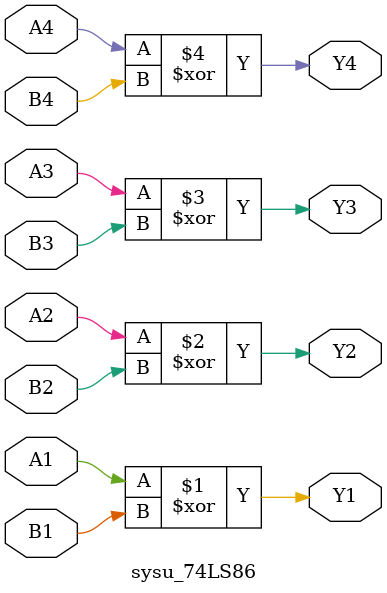
<source format=v>
`timescale 1ns / 1ps


module sysu_74LS86 #(parameter Delay = 0)(
    input A1,
    input B1,
    input A2,
    input B2,
    input A3,
    input B3,
    input A4,
    input B4,
    output Y1,
    output Y2,
    output Y3,
    output Y4
    );
    xor #Delay(Y1,A1,B1);
    xor #Delay(Y2,A2,B2);
    xor #Delay(Y3,A3,B3);
    xor #Delay(Y4,A4,B4);
endmodule
</source>
